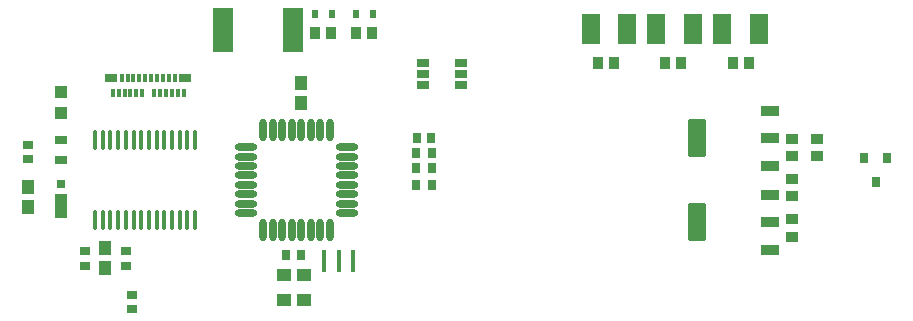
<source format=gtp>
%FSTAX23Y23*%
%MOIN*%
%SFA1B1*%

%IPPOS*%
%AMD18*
4,1,8,0.028500,-0.060000,0.028500,0.060000,0.026500,0.062000,-0.026500,0.062000,-0.028500,0.060000,-0.028500,-0.060000,-0.026500,-0.062000,0.026500,-0.062000,0.028500,-0.060000,0.0*
1,1,0.004000,0.026500,-0.060000*
1,1,0.004000,0.026500,0.060000*
1,1,0.004000,-0.026500,0.060000*
1,1,0.004000,-0.026500,-0.060000*
%
%AMD19*
4,1,8,0.028500,-0.015800,0.028500,0.015800,0.026600,0.017700,-0.026600,0.017700,-0.028500,0.015800,-0.028500,-0.015800,-0.026600,-0.017700,0.026600,-0.017700,0.028500,-0.015800,0.0*
1,1,0.003900,0.026600,-0.015800*
1,1,0.003900,0.026600,0.015800*
1,1,0.003900,-0.026600,0.015800*
1,1,0.003900,-0.026600,-0.015800*
%
G04~CAMADD=18~8~0.0~0.0~1240.2~570.9~20.0~0.0~15~0.0~0.0~0.0~0.0~0~0.0~0.0~0.0~0.0~0~0.0~0.0~0.0~270.0~571.0~1240.0*
%ADD18D18*%
G04~CAMADD=19~8~0.0~0.0~354.3~570.9~19.5~0.0~15~0.0~0.0~0.0~0.0~0~0.0~0.0~0.0~0.0~0~0.0~0.0~0.0~270.0~571.0~354.0*
%ADD19D19*%
%ADD20R,0.041340X0.037400*%
%ADD21R,0.015750X0.074800*%
%ADD22O,0.013780X0.070870*%
%ADD23O,0.076770X0.023620*%
%ADD24O,0.023620X0.076770*%
%ADD25R,0.066930X0.145670*%
%ADD26R,0.033470X0.027560*%
%ADD27R,0.035430X0.041340*%
%ADD28R,0.029530X0.033470*%
%ADD29R,0.043310X0.043310*%
%ADD30R,0.027560X0.033470*%
%ADD31R,0.031500X0.035430*%
%ADD32R,0.039370X0.027560*%
%ADD33R,0.023620X0.031500*%
%ADD34R,0.059060X0.102360*%
%ADD35R,0.039370X0.027560*%
%ADD36R,0.011810X0.027560*%
%ADD37R,0.031500X0.031500*%
%ADD38R,0.043310X0.078740*%
%ADD39R,0.043310X0.049210*%
%ADD40R,0.033470X0.029530*%
%ADD41R,0.049210X0.043310*%
%LNpod-1*%
%LPD*%
G54D18*
X02278Y0045D03*
Y0073D03*
G54D19*
X02521Y0054D03*
Y0045D03*
Y00359D03*
Y0082D03*
Y0073D03*
Y00639D03*
G54D20*
X0268Y00671D03*
Y00728D03*
X02595Y00671D03*
Y00728D03*
Y00595D03*
Y00537D03*
Y0046D03*
Y00402D03*
G54D21*
X01132Y0032D03*
X01085D03*
X01037D03*
G54D22*
X00606Y00724D03*
X0058D03*
X00555D03*
X00529D03*
X00503D03*
X00478D03*
X00452D03*
X00427D03*
X00401D03*
X00376D03*
X0035D03*
X00324D03*
X00299D03*
X00273D03*
X00606Y00456D03*
X0058D03*
X00555D03*
X00529D03*
X00503D03*
X00478D03*
X00452D03*
X00427D03*
X00401D03*
X00376D03*
X0035D03*
X00324D03*
X00299D03*
X00273D03*
G54D23*
X00777Y0048D03*
Y00511D03*
Y00543D03*
Y00574D03*
Y00606D03*
Y00637D03*
Y00669D03*
Y007D03*
X01112D03*
Y00669D03*
Y00637D03*
Y00606D03*
Y00574D03*
Y00543D03*
Y00511D03*
Y0048D03*
G54D24*
X00834Y00757D03*
X00866D03*
X00897D03*
X00929D03*
X0096D03*
X00992D03*
X01023D03*
X01055D03*
Y00423D03*
X01023D03*
X00992D03*
X0096D03*
X00929D03*
X00897D03*
X00866D03*
X00834D03*
G54D25*
X00933Y01092D03*
X007D03*
G54D26*
X00395Y00209D03*
Y0016D03*
X00375Y00305D03*
Y00354D03*
X0024Y00305D03*
Y00354D03*
G54D27*
X0106Y0108D03*
X01006D03*
X01143D03*
X01196D03*
X01948Y0098D03*
X02001D03*
X02398D03*
X02451D03*
X02173D03*
X02226D03*
G54D28*
X01395Y0068D03*
X01344D03*
X01395Y00575D03*
X01344D03*
Y0063D03*
X01395D03*
X00959Y0034D03*
X0091D03*
G54D29*
X0016Y00814D03*
Y00885D03*
G54D30*
X01347Y0073D03*
X01392D03*
G54D31*
X02912Y00664D03*
X02837D03*
X02875Y00585D03*
G54D32*
X01492Y00907D03*
Y00945D03*
Y00982D03*
X01367D03*
Y00945D03*
Y00907D03*
X0016Y00656D03*
Y00723D03*
G54D33*
X01006Y01145D03*
X01063D03*
X01141D03*
X01198D03*
G54D34*
X01925Y01095D03*
X02047D03*
X02363D03*
X02486D03*
X02143D03*
X02266D03*
G54D35*
X00327Y00932D03*
X00572D03*
G54D36*
X00538Y00932D03*
X00518D03*
X00499D03*
X00479D03*
X00459D03*
X0044D03*
X0042D03*
X004D03*
X00381D03*
X00361D03*
X00331Y00881D03*
X00351D03*
X00371D03*
X0039D03*
X0041D03*
X0043D03*
X00469D03*
X00489D03*
X00509D03*
X00528D03*
X00548D03*
X00568D03*
G54D37*
X0016Y00579D03*
G54D38*
X0016Y00504D03*
G54D39*
X00305Y00363D03*
Y00296D03*
X0005Y00501D03*
Y00568D03*
X0096Y00846D03*
Y00913D03*
G54D40*
X0005Y0066D03*
Y00709D03*
G54D41*
X00968Y0019D03*
X00901D03*
X00968Y00275D03*
X00901D03*
M02*
</source>
